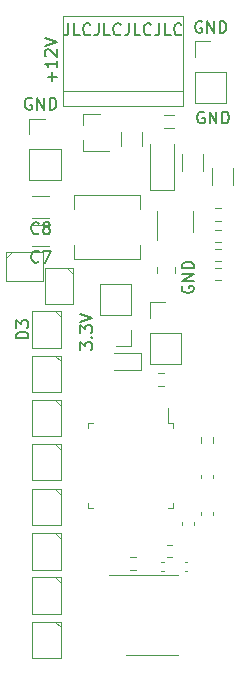
<source format=gbr>
%TF.GenerationSoftware,KiCad,Pcbnew,(5.1.9-0-10_14)*%
%TF.CreationDate,2021-01-20T14:18:15+11:00*%
%TF.ProjectId,ControlBreakout,436f6e74-726f-46c4-9272-65616b6f7574,rev?*%
%TF.SameCoordinates,Original*%
%TF.FileFunction,Legend,Top*%
%TF.FilePolarity,Positive*%
%FSLAX46Y46*%
G04 Gerber Fmt 4.6, Leading zero omitted, Abs format (unit mm)*
G04 Created by KiCad (PCBNEW (5.1.9-0-10_14)) date 2021-01-20 14:18:15*
%MOMM*%
%LPD*%
G01*
G04 APERTURE LIST*
%ADD10C,0.150000*%
%ADD11C,0.120000*%
G04 APERTURE END LIST*
D10*
X108840952Y-67152380D02*
X108840952Y-67866666D01*
X108793333Y-68009523D01*
X108698095Y-68104761D01*
X108555238Y-68152380D01*
X108460000Y-68152380D01*
X109793333Y-68152380D02*
X109317142Y-68152380D01*
X109317142Y-67152380D01*
X110698095Y-68057142D02*
X110650476Y-68104761D01*
X110507619Y-68152380D01*
X110412380Y-68152380D01*
X110269523Y-68104761D01*
X110174285Y-68009523D01*
X110126666Y-67914285D01*
X110079047Y-67723809D01*
X110079047Y-67580952D01*
X110126666Y-67390476D01*
X110174285Y-67295238D01*
X110269523Y-67200000D01*
X110412380Y-67152380D01*
X110507619Y-67152380D01*
X110650476Y-67200000D01*
X110698095Y-67247619D01*
X111412380Y-67152380D02*
X111412380Y-67866666D01*
X111364761Y-68009523D01*
X111269523Y-68104761D01*
X111126666Y-68152380D01*
X111031428Y-68152380D01*
X112364761Y-68152380D02*
X111888571Y-68152380D01*
X111888571Y-67152380D01*
X113269523Y-68057142D02*
X113221904Y-68104761D01*
X113079047Y-68152380D01*
X112983809Y-68152380D01*
X112840952Y-68104761D01*
X112745714Y-68009523D01*
X112698095Y-67914285D01*
X112650476Y-67723809D01*
X112650476Y-67580952D01*
X112698095Y-67390476D01*
X112745714Y-67295238D01*
X112840952Y-67200000D01*
X112983809Y-67152380D01*
X113079047Y-67152380D01*
X113221904Y-67200000D01*
X113269523Y-67247619D01*
X113983809Y-67152380D02*
X113983809Y-67866666D01*
X113936190Y-68009523D01*
X113840952Y-68104761D01*
X113698095Y-68152380D01*
X113602857Y-68152380D01*
X114936190Y-68152380D02*
X114460000Y-68152380D01*
X114460000Y-67152380D01*
X115840952Y-68057142D02*
X115793333Y-68104761D01*
X115650476Y-68152380D01*
X115555238Y-68152380D01*
X115412380Y-68104761D01*
X115317142Y-68009523D01*
X115269523Y-67914285D01*
X115221904Y-67723809D01*
X115221904Y-67580952D01*
X115269523Y-67390476D01*
X115317142Y-67295238D01*
X115412380Y-67200000D01*
X115555238Y-67152380D01*
X115650476Y-67152380D01*
X115793333Y-67200000D01*
X115840952Y-67247619D01*
X116555238Y-67152380D02*
X116555238Y-67866666D01*
X116507619Y-68009523D01*
X116412380Y-68104761D01*
X116269523Y-68152380D01*
X116174285Y-68152380D01*
X117507619Y-68152380D02*
X117031428Y-68152380D01*
X117031428Y-67152380D01*
X118412380Y-68057142D02*
X118364761Y-68104761D01*
X118221904Y-68152380D01*
X118126666Y-68152380D01*
X117983809Y-68104761D01*
X117888571Y-68009523D01*
X117840952Y-67914285D01*
X117793333Y-67723809D01*
X117793333Y-67580952D01*
X117840952Y-67390476D01*
X117888571Y-67295238D01*
X117983809Y-67200000D01*
X118126666Y-67152380D01*
X118221904Y-67152380D01*
X118364761Y-67200000D01*
X118412380Y-67247619D01*
X109852380Y-94776190D02*
X109852380Y-94157142D01*
X110233333Y-94490476D01*
X110233333Y-94347619D01*
X110280952Y-94252380D01*
X110328571Y-94204761D01*
X110423809Y-94157142D01*
X110661904Y-94157142D01*
X110757142Y-94204761D01*
X110804761Y-94252380D01*
X110852380Y-94347619D01*
X110852380Y-94633333D01*
X110804761Y-94728571D01*
X110757142Y-94776190D01*
X110757142Y-93728571D02*
X110804761Y-93680952D01*
X110852380Y-93728571D01*
X110804761Y-93776190D01*
X110757142Y-93728571D01*
X110852380Y-93728571D01*
X109852380Y-93347619D02*
X109852380Y-92728571D01*
X110233333Y-93061904D01*
X110233333Y-92919047D01*
X110280952Y-92823809D01*
X110328571Y-92776190D01*
X110423809Y-92728571D01*
X110661904Y-92728571D01*
X110757142Y-92776190D01*
X110804761Y-92823809D01*
X110852380Y-92919047D01*
X110852380Y-93204761D01*
X110804761Y-93300000D01*
X110757142Y-93347619D01*
X109852380Y-92442857D02*
X110852380Y-92109523D01*
X109852380Y-91776190D01*
X120338095Y-74675000D02*
X120242857Y-74627380D01*
X120100000Y-74627380D01*
X119957142Y-74675000D01*
X119861904Y-74770238D01*
X119814285Y-74865476D01*
X119766666Y-75055952D01*
X119766666Y-75198809D01*
X119814285Y-75389285D01*
X119861904Y-75484523D01*
X119957142Y-75579761D01*
X120100000Y-75627380D01*
X120195238Y-75627380D01*
X120338095Y-75579761D01*
X120385714Y-75532142D01*
X120385714Y-75198809D01*
X120195238Y-75198809D01*
X120814285Y-75627380D02*
X120814285Y-74627380D01*
X121385714Y-75627380D01*
X121385714Y-74627380D01*
X121861904Y-75627380D02*
X121861904Y-74627380D01*
X122100000Y-74627380D01*
X122242857Y-74675000D01*
X122338095Y-74770238D01*
X122385714Y-74865476D01*
X122433333Y-75055952D01*
X122433333Y-75198809D01*
X122385714Y-75389285D01*
X122338095Y-75484523D01*
X122242857Y-75579761D01*
X122100000Y-75627380D01*
X121861904Y-75627380D01*
X118500000Y-89411904D02*
X118452380Y-89507142D01*
X118452380Y-89650000D01*
X118500000Y-89792857D01*
X118595238Y-89888095D01*
X118690476Y-89935714D01*
X118880952Y-89983333D01*
X119023809Y-89983333D01*
X119214285Y-89935714D01*
X119309523Y-89888095D01*
X119404761Y-89792857D01*
X119452380Y-89650000D01*
X119452380Y-89554761D01*
X119404761Y-89411904D01*
X119357142Y-89364285D01*
X119023809Y-89364285D01*
X119023809Y-89554761D01*
X119452380Y-88935714D02*
X118452380Y-88935714D01*
X119452380Y-88364285D01*
X118452380Y-88364285D01*
X119452380Y-87888095D02*
X118452380Y-87888095D01*
X118452380Y-87650000D01*
X118500000Y-87507142D01*
X118595238Y-87411904D01*
X118690476Y-87364285D01*
X118880952Y-87316666D01*
X119023809Y-87316666D01*
X119214285Y-87364285D01*
X119309523Y-87411904D01*
X119404761Y-87507142D01*
X119452380Y-87650000D01*
X119452380Y-87888095D01*
X105738095Y-73500000D02*
X105642857Y-73452380D01*
X105500000Y-73452380D01*
X105357142Y-73500000D01*
X105261904Y-73595238D01*
X105214285Y-73690476D01*
X105166666Y-73880952D01*
X105166666Y-74023809D01*
X105214285Y-74214285D01*
X105261904Y-74309523D01*
X105357142Y-74404761D01*
X105500000Y-74452380D01*
X105595238Y-74452380D01*
X105738095Y-74404761D01*
X105785714Y-74357142D01*
X105785714Y-74023809D01*
X105595238Y-74023809D01*
X106214285Y-74452380D02*
X106214285Y-73452380D01*
X106785714Y-74452380D01*
X106785714Y-73452380D01*
X107261904Y-74452380D02*
X107261904Y-73452380D01*
X107500000Y-73452380D01*
X107642857Y-73500000D01*
X107738095Y-73595238D01*
X107785714Y-73690476D01*
X107833333Y-73880952D01*
X107833333Y-74023809D01*
X107785714Y-74214285D01*
X107738095Y-74309523D01*
X107642857Y-74404761D01*
X107500000Y-74452380D01*
X107261904Y-74452380D01*
X120138095Y-67000000D02*
X120042857Y-66952380D01*
X119900000Y-66952380D01*
X119757142Y-67000000D01*
X119661904Y-67095238D01*
X119614285Y-67190476D01*
X119566666Y-67380952D01*
X119566666Y-67523809D01*
X119614285Y-67714285D01*
X119661904Y-67809523D01*
X119757142Y-67904761D01*
X119900000Y-67952380D01*
X119995238Y-67952380D01*
X120138095Y-67904761D01*
X120185714Y-67857142D01*
X120185714Y-67523809D01*
X119995238Y-67523809D01*
X120614285Y-67952380D02*
X120614285Y-66952380D01*
X121185714Y-67952380D01*
X121185714Y-66952380D01*
X121661904Y-67952380D02*
X121661904Y-66952380D01*
X121900000Y-66952380D01*
X122042857Y-67000000D01*
X122138095Y-67095238D01*
X122185714Y-67190476D01*
X122233333Y-67380952D01*
X122233333Y-67523809D01*
X122185714Y-67714285D01*
X122138095Y-67809523D01*
X122042857Y-67904761D01*
X121900000Y-67952380D01*
X121661904Y-67952380D01*
X107471428Y-72061904D02*
X107471428Y-71300000D01*
X107852380Y-71680952D02*
X107090476Y-71680952D01*
X107852380Y-70300000D02*
X107852380Y-70871428D01*
X107852380Y-70585714D02*
X106852380Y-70585714D01*
X106995238Y-70680952D01*
X107090476Y-70776190D01*
X107138095Y-70871428D01*
X106947619Y-69919047D02*
X106900000Y-69871428D01*
X106852380Y-69776190D01*
X106852380Y-69538095D01*
X106900000Y-69442857D01*
X106947619Y-69395238D01*
X107042857Y-69347619D01*
X107138095Y-69347619D01*
X107280952Y-69395238D01*
X107852380Y-69966666D01*
X107852380Y-69347619D01*
X106852380Y-69061904D02*
X107852380Y-68728571D01*
X106852380Y-68395238D01*
D11*
%TO.C,U1*%
X115920000Y-120615000D02*
X118120000Y-120615000D01*
X115920000Y-120615000D02*
X113720000Y-120615000D01*
X115920000Y-113845000D02*
X118120000Y-113845000D01*
X115920000Y-113845000D02*
X112320000Y-113845000D01*
%TO.C,U4*%
X110490000Y-107760000D02*
X110490000Y-108210000D01*
X110490000Y-108210000D02*
X110940000Y-108210000D01*
X110490000Y-101440000D02*
X110490000Y-100990000D01*
X110490000Y-100990000D02*
X110940000Y-100990000D01*
X117710000Y-107760000D02*
X117710000Y-108210000D01*
X117710000Y-108210000D02*
X117260000Y-108210000D01*
X117710000Y-101440000D02*
X117710000Y-100990000D01*
X117710000Y-100990000D02*
X117260000Y-100990000D01*
X117260000Y-100990000D02*
X117260000Y-99700000D01*
%TO.C,R9*%
X117162742Y-111277500D02*
X117637258Y-111277500D01*
X117162742Y-112322500D02*
X117637258Y-112322500D01*
%TO.C,C9*%
X121110000Y-108484420D02*
X121110000Y-108765580D01*
X120090000Y-108484420D02*
X120090000Y-108765580D01*
%TO.C,R1*%
X120077500Y-102637258D02*
X120077500Y-102162742D01*
X121122500Y-102637258D02*
X121122500Y-102162742D01*
%TO.C,C8*%
X107211252Y-83610000D02*
X105788748Y-83610000D01*
X107211252Y-81790000D02*
X105788748Y-81790000D01*
%TO.C,C7*%
X107211252Y-86010000D02*
X105788748Y-86010000D01*
X107211252Y-84190000D02*
X105788748Y-84190000D01*
%TO.C,C5*%
X120090000Y-105640580D02*
X120090000Y-105359420D01*
X121110000Y-105640580D02*
X121110000Y-105359420D01*
%TO.C,C3*%
X119510000Y-109359420D02*
X119510000Y-109640580D01*
X118490000Y-109359420D02*
X118490000Y-109640580D01*
%TO.C,D6*%
X105800000Y-105850000D02*
X108200000Y-105850000D01*
X108200000Y-105850000D02*
X108200000Y-102750000D01*
X108200000Y-102750000D02*
X105800000Y-102750000D01*
X105800000Y-102750000D02*
X105800000Y-105850000D01*
X108200000Y-103250000D02*
X107700000Y-102750000D01*
%TO.C,D3*%
X108200000Y-92025000D02*
X107700000Y-91525000D01*
X105800000Y-91525000D02*
X105800000Y-94625000D01*
X108200000Y-91525000D02*
X105800000Y-91525000D01*
X108200000Y-94625000D02*
X108200000Y-91525000D01*
X105800000Y-94625000D02*
X108200000Y-94625000D01*
%TO.C,J7*%
X119545000Y-73870000D02*
X122205000Y-73870000D01*
X119545000Y-71270000D02*
X119545000Y-73870000D01*
X122205000Y-71270000D02*
X122205000Y-73870000D01*
X119545000Y-71270000D02*
X122205000Y-71270000D01*
X119545000Y-70000000D02*
X119545000Y-68670000D01*
X119545000Y-68670000D02*
X120875000Y-68670000D01*
%TO.C,J6*%
X118520000Y-72915000D02*
X108360000Y-72915000D01*
X118520000Y-74185000D02*
X118520000Y-66565000D01*
X118520000Y-66565000D02*
X108360000Y-66565000D01*
X108360000Y-66565000D02*
X108360000Y-74185000D01*
X108360000Y-74185000D02*
X118520000Y-74185000D01*
%TO.C,J4*%
X105520000Y-80420000D02*
X108180000Y-80420000D01*
X105520000Y-77820000D02*
X105520000Y-80420000D01*
X108180000Y-77820000D02*
X108180000Y-80420000D01*
X105520000Y-77820000D02*
X108180000Y-77820000D01*
X105520000Y-76550000D02*
X105520000Y-75220000D01*
X105520000Y-75220000D02*
X106850000Y-75220000D01*
%TO.C,J5*%
X115720000Y-95970000D02*
X118380000Y-95970000D01*
X115720000Y-93370000D02*
X115720000Y-95970000D01*
X118380000Y-93370000D02*
X118380000Y-95970000D01*
X115720000Y-93370000D02*
X118380000Y-93370000D01*
X115720000Y-92100000D02*
X115720000Y-90770000D01*
X115720000Y-90770000D02*
X117050000Y-90770000D01*
%TO.C,C6*%
X117840000Y-87788748D02*
X117840000Y-88311252D01*
X116370000Y-87788748D02*
X116370000Y-88311252D01*
%TO.C,C4*%
X120260000Y-78238748D02*
X120260000Y-79661252D01*
X118440000Y-78238748D02*
X118440000Y-79661252D01*
%TO.C,U3*%
X119385000Y-84805000D02*
X119385000Y-83045000D01*
X116315000Y-83045000D02*
X116315000Y-85475000D01*
%TO.C,R8*%
X116462742Y-96777500D02*
X116937258Y-96777500D01*
X116462742Y-97822500D02*
X116937258Y-97822500D01*
%TO.C,R7*%
X121767258Y-87852500D02*
X121292742Y-87852500D01*
X121767258Y-88897500D02*
X121292742Y-88897500D01*
%TO.C,R6*%
X121292742Y-86252500D02*
X121767258Y-86252500D01*
X121292742Y-87297500D02*
X121767258Y-87297500D01*
%TO.C,R5*%
X121767258Y-85697500D02*
X121292742Y-85697500D01*
X121767258Y-84652500D02*
X121292742Y-84652500D01*
%TO.C,R4*%
X121762258Y-83847500D02*
X121287742Y-83847500D01*
X121762258Y-82802500D02*
X121287742Y-82802500D01*
%TO.C,R3*%
X122785000Y-79422936D02*
X122785000Y-80877064D01*
X120965000Y-79422936D02*
X120965000Y-80877064D01*
%TO.C,R2*%
X114577258Y-113392500D02*
X114102742Y-113392500D01*
X114577258Y-112347500D02*
X114102742Y-112347500D01*
%TO.C,Q1*%
X110090000Y-74820000D02*
X110090000Y-75750000D01*
X110090000Y-77980000D02*
X110090000Y-77050000D01*
X110090000Y-77980000D02*
X112250000Y-77980000D01*
X110090000Y-74820000D02*
X111550000Y-74820000D01*
%TO.C,L1*%
X114900000Y-87100000D02*
X109300000Y-87100000D01*
X114900000Y-81700000D02*
X109300000Y-81700000D01*
X114900000Y-87100000D02*
X114900000Y-85950000D01*
X114900000Y-81700000D02*
X114900000Y-82850000D01*
X109300000Y-87100000D02*
X109300000Y-85950000D01*
X109300000Y-81700000D02*
X109300000Y-82850000D01*
%TO.C,J3*%
X114180000Y-94430000D02*
X112850000Y-94430000D01*
X114180000Y-93100000D02*
X114180000Y-94430000D01*
X114180000Y-91830000D02*
X111520000Y-91830000D01*
X111520000Y-91830000D02*
X111520000Y-89230000D01*
X114180000Y-91830000D02*
X114180000Y-89230000D01*
X114180000Y-89230000D02*
X111520000Y-89230000D01*
%TO.C,FB1*%
X117774622Y-76035000D02*
X116975378Y-76035000D01*
X117774622Y-74915000D02*
X116975378Y-74915000D01*
%TO.C,F1*%
X115110000Y-76322936D02*
X115110000Y-77527064D01*
X113290000Y-76322936D02*
X113290000Y-77527064D01*
%TO.C,D12*%
X112700000Y-96535000D02*
X114985000Y-96535000D01*
X114985000Y-96535000D02*
X114985000Y-95065000D01*
X114985000Y-95065000D02*
X112700000Y-95065000D01*
%TO.C,D11*%
X105800000Y-120900000D02*
X108200000Y-120900000D01*
X108200000Y-120900000D02*
X108200000Y-117800000D01*
X108200000Y-117800000D02*
X105800000Y-117800000D01*
X105800000Y-117800000D02*
X105800000Y-120900000D01*
X108200000Y-118300000D02*
X107700000Y-117800000D01*
%TO.C,D10*%
X105800000Y-117150000D02*
X108200000Y-117150000D01*
X108200000Y-117150000D02*
X108200000Y-114050000D01*
X108200000Y-114050000D02*
X105800000Y-114050000D01*
X105800000Y-114050000D02*
X105800000Y-117150000D01*
X108200000Y-114550000D02*
X107700000Y-114050000D01*
%TO.C,D9*%
X115780000Y-81250000D02*
X117780000Y-81250000D01*
X117780000Y-81250000D02*
X117780000Y-77350000D01*
X115780000Y-81250000D02*
X115780000Y-77350000D01*
%TO.C,D8*%
X108200000Y-110800000D02*
X107700000Y-110300000D01*
X105800000Y-110300000D02*
X105800000Y-113400000D01*
X108200000Y-110300000D02*
X105800000Y-110300000D01*
X108200000Y-113400000D02*
X108200000Y-110300000D01*
X105800000Y-113400000D02*
X108200000Y-113400000D01*
%TO.C,D7*%
X105800000Y-109650000D02*
X108200000Y-109650000D01*
X108200000Y-109650000D02*
X108200000Y-106550000D01*
X108200000Y-106550000D02*
X105800000Y-106550000D01*
X105800000Y-106550000D02*
X105800000Y-109650000D01*
X108200000Y-107050000D02*
X107700000Y-106550000D01*
%TO.C,D5*%
X105800000Y-102125000D02*
X108200000Y-102125000D01*
X108200000Y-102125000D02*
X108200000Y-99025000D01*
X108200000Y-99025000D02*
X105800000Y-99025000D01*
X105800000Y-99025000D02*
X105800000Y-102125000D01*
X108200000Y-99525000D02*
X107700000Y-99025000D01*
%TO.C,D4*%
X105800000Y-98375000D02*
X108200000Y-98375000D01*
X108200000Y-98375000D02*
X108200000Y-95275000D01*
X108200000Y-95275000D02*
X105800000Y-95275000D01*
X105800000Y-95275000D02*
X105800000Y-98375000D01*
X108200000Y-95775000D02*
X107700000Y-95275000D01*
%TO.C,D2*%
X106850000Y-90950000D02*
X109250000Y-90950000D01*
X109250000Y-90950000D02*
X109250000Y-87850000D01*
X109250000Y-87850000D02*
X106850000Y-87850000D01*
X106850000Y-87850000D02*
X106850000Y-90950000D01*
X109250000Y-88350000D02*
X108750000Y-87850000D01*
%TO.C,D1*%
X106700000Y-88950000D02*
X106700000Y-86550000D01*
X106700000Y-86550000D02*
X103600000Y-86550000D01*
X103600000Y-86550000D02*
X103600000Y-88950000D01*
X103600000Y-88950000D02*
X106700000Y-88950000D01*
X104100000Y-86550000D02*
X103600000Y-87050000D01*
%TO.C,C2*%
X116712164Y-112770000D02*
X116927836Y-112770000D01*
X116712164Y-113490000D02*
X116927836Y-113490000D01*
%TO.C,C1*%
X118712164Y-112770000D02*
X118927836Y-112770000D01*
X118712164Y-113490000D02*
X118927836Y-113490000D01*
%TO.C,C8*%
D10*
X106333333Y-84907142D02*
X106285714Y-84954761D01*
X106142857Y-85002380D01*
X106047619Y-85002380D01*
X105904761Y-84954761D01*
X105809523Y-84859523D01*
X105761904Y-84764285D01*
X105714285Y-84573809D01*
X105714285Y-84430952D01*
X105761904Y-84240476D01*
X105809523Y-84145238D01*
X105904761Y-84050000D01*
X106047619Y-84002380D01*
X106142857Y-84002380D01*
X106285714Y-84050000D01*
X106333333Y-84097619D01*
X106904761Y-84430952D02*
X106809523Y-84383333D01*
X106761904Y-84335714D01*
X106714285Y-84240476D01*
X106714285Y-84192857D01*
X106761904Y-84097619D01*
X106809523Y-84050000D01*
X106904761Y-84002380D01*
X107095238Y-84002380D01*
X107190476Y-84050000D01*
X107238095Y-84097619D01*
X107285714Y-84192857D01*
X107285714Y-84240476D01*
X107238095Y-84335714D01*
X107190476Y-84383333D01*
X107095238Y-84430952D01*
X106904761Y-84430952D01*
X106809523Y-84478571D01*
X106761904Y-84526190D01*
X106714285Y-84621428D01*
X106714285Y-84811904D01*
X106761904Y-84907142D01*
X106809523Y-84954761D01*
X106904761Y-85002380D01*
X107095238Y-85002380D01*
X107190476Y-84954761D01*
X107238095Y-84907142D01*
X107285714Y-84811904D01*
X107285714Y-84621428D01*
X107238095Y-84526190D01*
X107190476Y-84478571D01*
X107095238Y-84430952D01*
%TO.C,C7*%
X106333333Y-87307142D02*
X106285714Y-87354761D01*
X106142857Y-87402380D01*
X106047619Y-87402380D01*
X105904761Y-87354761D01*
X105809523Y-87259523D01*
X105761904Y-87164285D01*
X105714285Y-86973809D01*
X105714285Y-86830952D01*
X105761904Y-86640476D01*
X105809523Y-86545238D01*
X105904761Y-86450000D01*
X106047619Y-86402380D01*
X106142857Y-86402380D01*
X106285714Y-86450000D01*
X106333333Y-86497619D01*
X106666666Y-86402380D02*
X107333333Y-86402380D01*
X106904761Y-87402380D01*
%TO.C,D3*%
X105452380Y-93813095D02*
X104452380Y-93813095D01*
X104452380Y-93575000D01*
X104500000Y-93432142D01*
X104595238Y-93336904D01*
X104690476Y-93289285D01*
X104880952Y-93241666D01*
X105023809Y-93241666D01*
X105214285Y-93289285D01*
X105309523Y-93336904D01*
X105404761Y-93432142D01*
X105452380Y-93575000D01*
X105452380Y-93813095D01*
X104452380Y-92908333D02*
X104452380Y-92289285D01*
X104833333Y-92622619D01*
X104833333Y-92479761D01*
X104880952Y-92384523D01*
X104928571Y-92336904D01*
X105023809Y-92289285D01*
X105261904Y-92289285D01*
X105357142Y-92336904D01*
X105404761Y-92384523D01*
X105452380Y-92479761D01*
X105452380Y-92765476D01*
X105404761Y-92860714D01*
X105357142Y-92908333D01*
%TD*%
M02*

</source>
